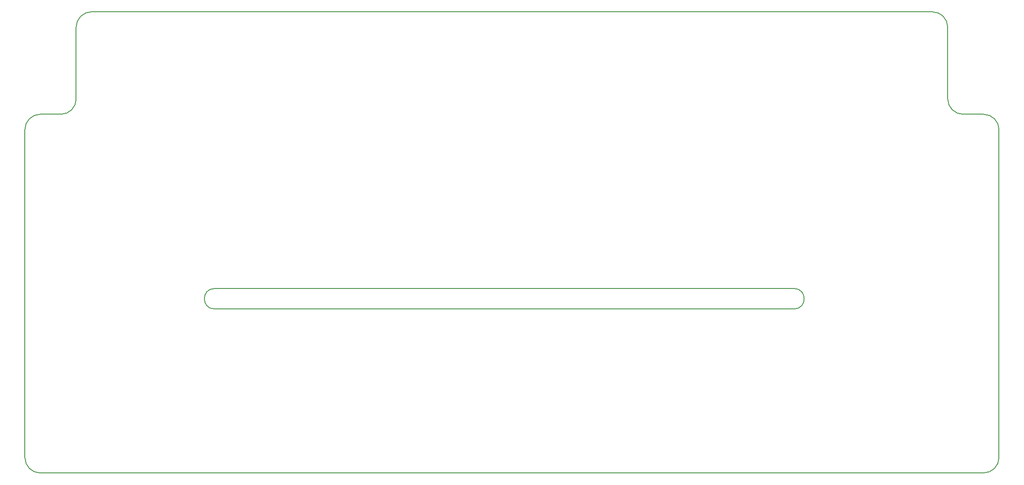
<source format=gm1>
G04 #@! TF.GenerationSoftware,KiCad,Pcbnew,(6.0.0-rc1-dev-904-g29e0e6921)*
G04 #@! TF.CreationDate,2018-11-17T01:03:26+00:00*
G04 #@! TF.ProjectId,AquaHub,417175614875622E6B696361645F7063,2*
G04 #@! TF.SameCoordinates,Original*
G04 #@! TF.FileFunction,Profile,NP*
%FSLAX46Y46*%
G04 Gerber Fmt 4.6, Leading zero omitted, Abs format (unit mm)*
G04 Created by KiCad (PCBNEW (6.0.0-rc1-dev-904-g29e0e6921)) date 17/11/2018 01:03:26*
%MOMM*%
%LPD*%
G01*
G04 APERTURE LIST*
%ADD10C,0.200000*%
G04 APERTURE END LIST*
D10*
X243000000Y-119000000D02*
G75*
G02X240000000Y-122000000I-3000000J0D01*
G01*
X56000000Y-122000000D02*
G75*
G02X53000000Y-119000000I0J3000000D01*
G01*
X53000000Y-55000000D02*
G75*
G02X56000000Y-52000000I3000000J0D01*
G01*
X63000000Y-49000000D02*
G75*
G02X60000000Y-52000000I-3000000J0D01*
G01*
X240000000Y-52000000D02*
G75*
G02X243000000Y-55000000I0J-3000000D01*
G01*
X236000000Y-52000000D02*
G75*
G02X233000000Y-49000000I0J3000000D01*
G01*
X230000000Y-32000000D02*
G75*
G02X233000000Y-35000000I0J-3000000D01*
G01*
X63000000Y-35000000D02*
G75*
G02X66000000Y-32000000I3000000J0D01*
G01*
X66000000Y-32000000D02*
X230000000Y-32000000D01*
X236000000Y-52000000D02*
X240000000Y-52000000D01*
X233000000Y-35000000D02*
X233000000Y-49000000D01*
X60000000Y-52000000D02*
X56000000Y-52000000D01*
X63000000Y-35000000D02*
X63000000Y-49000000D01*
X56000000Y-122000000D02*
X240000000Y-122000000D01*
X243000000Y-119000000D02*
X243000000Y-55000000D01*
X90000000Y-90000000D02*
G75*
G02X90000000Y-86000000I0J2000000D01*
G01*
X203000000Y-86000000D02*
G75*
G02X203000000Y-90000000I0J-2000000D01*
G01*
X203000000Y-86000000D02*
X90000000Y-86000000D01*
X90000000Y-90000000D02*
X203000000Y-90000000D01*
X53000000Y-55000000D02*
X53000000Y-119000000D01*
M02*

</source>
